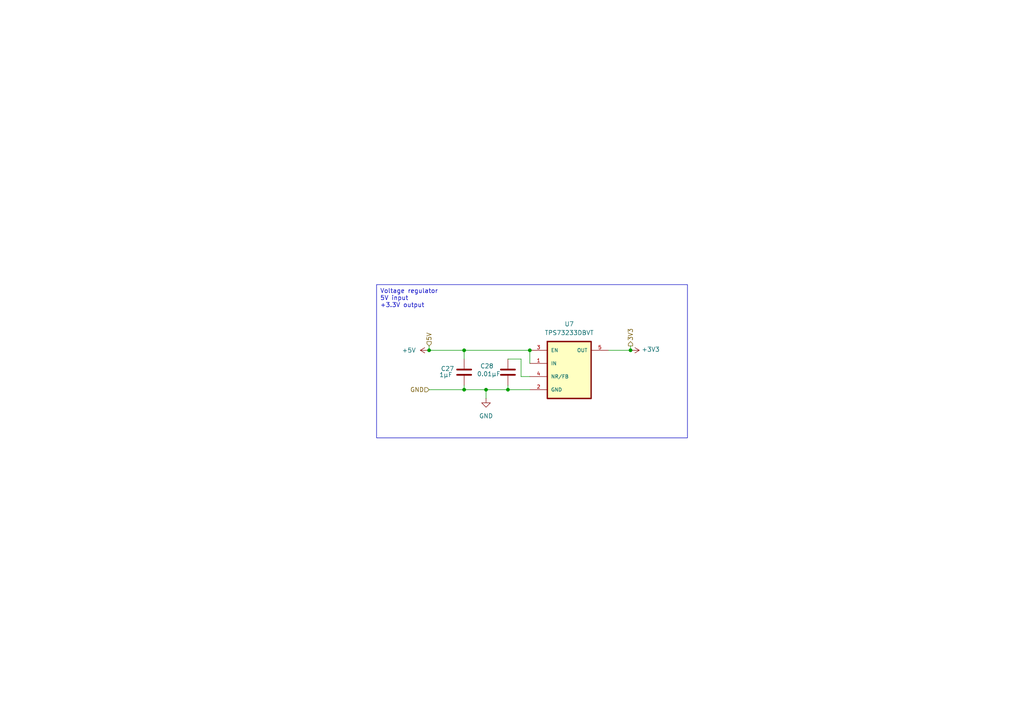
<source format=kicad_sch>
(kicad_sch (version 20231120) (generator "eeschema") (generator_version "8.0")
  (paper "A4")
  (lib_symbols
    (symbol "Device:C" (pin_numbers hide) (pin_names (offset 0.254))
      (property "Reference" "C" (at 0.635 2.54 0))
      (property "Value" "C" (at 0.635 -2.54 0))
      (symbol "C_0_1"
        (polyline (pts (xy -2.032 -0.762) (xy 2.032 -0.762)) (stroke (width 0.508)))
        (polyline (pts (xy -2.032 0.762) (xy 2.032 0.762)) (stroke (width 0.508)))
      )
      (symbol "C_1_1"
        (pin passive line (at 0 3.81 270) (length 2.794) (name "~") (number "1"))
        (pin passive line (at 0 -3.81 90) (length 2.794) (name "~") (number "2"))
      )
    )
    (symbol "custom_lib:TPS73233DBVT" (pin_names (offset 1.016))
      (property "Reference" "U" (at -12.7 11.16 0))
      (property "Value" "TPS73233DBVT" (at -12.7 -14.16 0))
      (symbol "TPS73233DBVT_0_0"
        (rectangle (start -12.7 10.16) (end 0 -6.35) (stroke (width 0.4064)) (fill (type background)))
        (pin input line (at -17.78 3.81 0) (length 5.08) (name "IN") (number "1"))
        (pin power_in line (at -17.78 -3.81 0) (length 5.08) (name "GND") (number "2"))
        (pin input line (at -17.78 7.62 0) (length 5.08) (name "EN") (number "3"))
        (pin input line (at -17.78 0 0) (length 5.08) (name "NR/FB") (number "4"))
        (pin output line (at 5.08 7.62 180) (length 5.08) (name "OUT") (number "5"))
      )
    )
    (symbol "power:+3V3" (power) (pin_numbers hide) (pin_names (offset 0) hide)
      (property "Value" "+3V3" (at 0 3.556 0))
      (symbol "+3V3_0_1"
        (polyline (pts (xy -0.762 1.27) (xy 0 2.54)))
        (polyline (pts (xy 0 0) (xy 0 2.54)))
        (polyline (pts (xy 0 2.54) (xy 0.762 1.27)))
      )
      (symbol "+3V3_1_1"
        (pin power_in line (at 0 0 90) (length 0) (name "~") (number "1"))
      )
    )
    (symbol "power:+5V" (power) (pin_numbers hide) (pin_names (offset 0) hide)
      (property "Value" "+5V" (at 0 3.556 0))
      (symbol "+5V_0_1"
        (polyline (pts (xy -0.762 1.27) (xy 0 2.54)))
        (polyline (pts (xy 0 0) (xy 0 2.54)))
        (polyline (pts (xy 0 2.54) (xy 0.762 1.27)))
      )
      (symbol "+5V_1_1"
        (pin power_in line (at 0 0 90) (length 0) (name "~") (number "1"))
      )
    )
    (symbol "power:GND" (power) (pin_numbers hide) (pin_names (offset 0) hide)
      (property "Value" "GND" (at 0 -3.81 0))
      (symbol "GND_0_1"
        (polyline (pts (xy 0 0) (xy 0 -1.27) (xy 1.27 -1.27) (xy 0 -2.54) (xy -1.27 -1.27) (xy 0 -1.27)))
      )
      (symbol "GND_1_1"
        (pin power_in line (at 0 0 270) (length 0) (name "~") (number "1"))
      )
    )
  )
  (junction (at 134.62 101.6))
  (junction (at 147.32 113.03))
  (junction (at 140.97 113.03))
  (junction (at 134.62 113.03))
  (junction (at 182.88 101.6))
  (junction (at 153.67 101.6))
  (junction (at 124.46 101.6))
  (wire (pts (xy 140.97 115.57) (xy 140.97 113.03)))
  (wire (pts (xy 134.62 101.6) (xy 153.67 101.6)))
  (wire (pts (xy 153.67 109.22) (xy 151.13 109.22)))
  (wire (pts (xy 176.53 101.6) (xy 182.88 101.6)))
  (wire (pts (xy 147.32 113.03) (xy 153.67 113.03)))
  (wire (pts (xy 134.62 101.6) (xy 134.62 104.14)))
  (wire (pts (xy 140.97 113.03) (xy 147.32 113.03)))
  (wire (pts (xy 151.13 104.14) (xy 147.32 104.14)))
  (wire (pts (xy 124.46 113.03) (xy 134.62 113.03)))
  (wire (pts (xy 153.67 101.6) (xy 153.67 105.41)))
  (wire (pts (xy 182.88 100.33) (xy 182.88 101.6)))
  (wire (pts (xy 124.46 100.33) (xy 124.46 101.6)))
  (wire (pts (xy 134.62 111.76) (xy 134.62 113.03)))
  (wire (pts (xy 147.32 111.76) (xy 147.32 113.03)))
  (wire (pts (xy 124.46 101.6) (xy 134.62 101.6)))
  (wire (pts (xy 151.13 109.22) (xy 151.13 104.14)))
  (wire (pts (xy 134.62 113.03) (xy 140.97 113.03)))
  (rectangle (start 109.22 82.55) (end 199.39 127))
  (text "Voltage regulator\n5V input\n+3.3V output" (at 110.236 83.82 0) (effects (font (size 1.27 1.27)) (justify left top)))
  (hierarchical_label "3V3" (shape output) (at 182.88 100.33 90))
  (hierarchical_label "5V" (shape input) (at 124.46 100.33 90))
  (hierarchical_label "GND" (shape input) (at 124.46 113.03 180))
  (symbol (lib_id "power:+3V3") (at 182.88 101.6 270) (unit 1)
    (property "Reference" "#PWR030" (effects (hide yes)))
    (property "Value" "+3V3" (at 188.722 101.346 90))
    (property "Description" "Power symbol creates a global label with name \"+3V3\"" (effects (hide yes)))
  )
  (symbol (lib_id "custom_lib:TPS73233DBVT") (at 171.45 109.22 0) (unit 1)
    (property "Reference" "U7" (at 165.1 93.98 0))
    (property "Value" "TPS73233DBVT" (at 165.1 96.52 0))
    (property "Footprint" "CustomLib:73233" (effects (hide yes)))
    (property "MF" "Texas Instruments" (effects (hide yes)))
    (property "Description_1" "\n250-mA, high-accuracy, ultra-low-dropout voltage regulator with reverse current protection & enable\n" (effects (hide yes)))
    (property "Package" "SOT-23-5 Texas Instruments" (effects (hide yes)))
    (property "Price" "None" (effects (hide yes)))
    (property "SnapEDA_Link" "https://www.snapeda.com/parts/TPS73233DBVT/Texas+Instruments/view-part/?ref=snap" (effects (hide yes)))
    (property "MP" "TPS73233DBVT" (effects (hide yes)))
    (property "Purchase-URL" "https://www.snapeda.com/api/url_track_click_mouser/?unipart_id=227087&manufacturer=Texas Instruments&part_name=TPS73233DBVT&search_term=tps73233dbvt" (effects (hide yes)))
    (property "Availability" "In Stock" (effects (hide yes)))
    (property "Check_prices" "https://www.snapeda.com/parts/TPS73233DBVT/Texas+Instruments/view-part/?ref=eda" (effects (hide yes)))
  )
  (symbol (lib_id "power:GND") (at 140.97 115.57 0) (unit 1)
    (property "Reference" "#PWR026" (effects (hide yes)))
    (property "Value" "GND" (at 140.97 120.65 0))
    (property "Description" "Power symbol creates a global label with name \"GND\" , ground" (effects (hide yes)))
  )
  (symbol (lib_id "Device:C") (at 134.62 107.95 180) (unit 1)
    (property "Reference" "C27" (at 129.794 106.934 0))
    (property "Value" "1µF " (at 129.794 108.712 0))
    (property "Footprint" "Capacitor_SMD:C_0402_1005Metric_Pad0.74x0.62mm_HandSolder" (effects (hide yes)))
    (property "Description" "Unpolarized capacitor" (effects (hide yes)))
  )
  (symbol (lib_id "power:+5V") (at 124.46 101.6 90) (unit 1)
    (property "Reference" "#PWR08" (effects (hide yes)))
    (property "Value" "+5V" (at 120.65 101.5999 90) (effects (justify left)))
    (property "Description" "Power symbol creates a global label with name \"+5V\"" (effects (hide yes)))
  )
  (symbol (lib_id "Device:C") (at 147.32 107.95 180) (unit 1)
    (property "Reference" "C28" (at 141.224 106.172 0))
    (property "Value" "0.01µF " (at 142.24 108.458 0))
    (property "Footprint" "Capacitor_SMD:C_0201_0603Metric_Pad0.64x0.40mm_HandSolder" (effects (hide yes)))
    (property "Description" "Unpolarized capacitor" (effects (hide yes)))
  )
)
</source>
